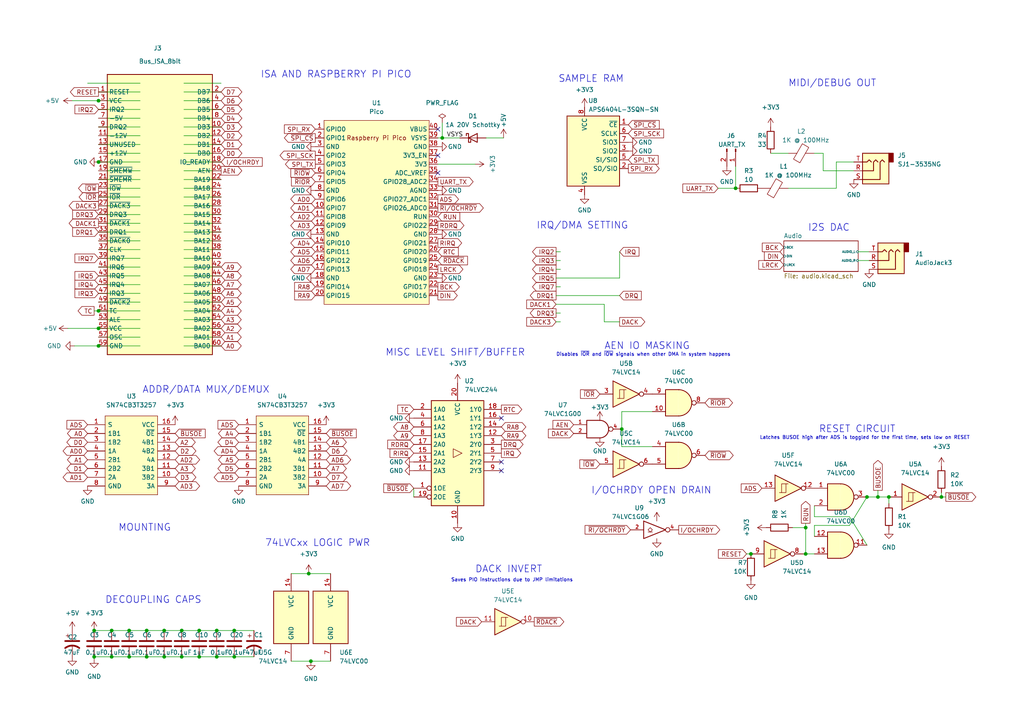
<source format=kicad_sch>
(kicad_sch (version 20230121) (generator eeschema)
  (paper "A4")
  (title_block (title "PicoGUS v1.1"))
  (junction (at 90.17 191.77))
  (junction (at 254.635 144.145))
  (junction (at 233.68 160.655))
  (junction (at 28.575 29.21))
  (junction (at 47.625 182.88))
  (junction (at 28.575 100.33))
  (junction (at 52.705 182.88))
  (junction (at 62.865 182.88))
  (junction (at 217.805 160.655))
  (junction (at 57.785 190.5))
  (junction (at 28.575 46.99))
  (junction (at 273.05 144.145))
  (junction (at 32.385 182.88))
  (junction (at 32.385 190.5))
  (junction (at 257.81 144.145))
  (junction (at 42.545 182.88))
  (junction (at 52.705 190.5))
  (junction (at 37.465 182.88))
  (junction (at 27.305 182.88))
  (junction (at 42.545 190.5))
  (junction (at 62.865 190.5))
  (junction (at 28.575 95.25))
  (junction (at 57.785 182.88))
  (junction (at 89.535 166.37))
  (junction (at 28.575 90.17))
  (junction (at 128.27 40.005))
  (junction (at 233.68 153.035))
  (junction (at 251.46 144.145))
  (junction (at 67.945 182.88))
  (junction (at 47.625 190.5))
  (junction (at 67.945 190.5))
  (junction (at 37.465 190.5))
  (junction (at 213.36 54.61))
  (junction (at 180.34 124.46))
  (junction (at 27.305 190.5))
  (no_connect (at 145.415 121.285))
  (no_connect (at 127 50.165))
  (no_connect (at 127 37.465))
  (no_connect (at 127 45.085))
  (no_connect (at 145.415 136.525))
  (no_connect (at 145.415 133.985))
  (wire (pts (xy 254.635 144.145) (xy 257.81 144.145)))
  (wire (pts (xy 248.92 75.565) (xy 252.095 75.565)))
  (wire (pts (xy 236.22 149.86) (xy 246.38 149.86)))
  (wire (pts (xy 53.34 95.25) (xy 64.135 95.25)))
  (wire (pts (xy 53.34 57.15) (xy 64.135 57.15)))
  (wire (pts (xy 161.29 88.265) (xy 175.26 88.265)))
  (wire (pts (xy 28.575 85.09) (xy 40.64 85.09)))
  (wire (pts (xy 67.945 190.5) (xy 73.66 190.5)))
  (wire (pts (xy 223.52 44.45) (xy 228.6 44.45)))
  (wire (pts (xy 19.685 95.25) (xy 28.575 95.25)))
  (wire (pts (xy 53.34 82.55) (xy 64.135 82.55)))
  (wire (pts (xy 161.29 75.565) (xy 162.56 75.565)))
  (wire (pts (xy 53.34 72.39) (xy 64.135 72.39)))
  (wire (pts (xy 28.575 49.53) (xy 40.64 49.53)))
  (wire (pts (xy 27.305 182.88) (xy 32.385 182.88)))
  (wire (pts (xy 161.29 93.345) (xy 162.56 93.345)))
  (wire (pts (xy 28.575 52.07) (xy 40.64 52.07)))
  (wire (pts (xy 53.34 74.93) (xy 64.135 74.93)))
  (wire (pts (xy 128.27 40.005) (xy 127 40.005)))
  (wire (pts (xy 213.36 48.26) (xy 213.36 54.61)))
  (wire (pts (xy 28.575 54.61) (xy 40.64 54.61)))
  (wire (pts (xy 28.575 69.85) (xy 40.64 69.85)))
  (wire (pts (xy 84.455 166.37) (xy 89.535 166.37)))
  (wire (pts (xy 238.76 49.53) (xy 247.65 49.53)))
  (wire (pts (xy 42.545 190.5) (xy 47.625 190.5)))
  (wire (pts (xy 53.34 29.21) (xy 64.135 29.21)))
  (wire (pts (xy 90.17 191.77) (xy 95.885 191.77)))
  (wire (pts (xy 62.865 190.5) (xy 67.945 190.5)))
  (wire (pts (xy 216.535 160.655) (xy 217.805 160.655)))
  (wire (pts (xy 28.575 41.91) (xy 40.64 41.91)))
  (wire (pts (xy 161.29 90.805) (xy 162.56 90.805)))
  (wire (pts (xy 236.22 149.86) (xy 236.22 146.685)))
  (wire (pts (xy 246.38 152.4) (xy 236.22 152.4)))
  (wire (pts (xy 28.575 46.99) (xy 40.64 46.99)))
  (wire (pts (xy 242.57 46.99) (xy 247.65 46.99)))
  (wire (pts (xy 161.29 73.025) (xy 162.56 73.025)))
  (wire (pts (xy 257.81 144.145) (xy 258.445 144.145)))
  (wire (pts (xy 53.34 44.45) (xy 64.135 44.45)))
  (wire (pts (xy 128.27 35.56) (xy 128.27 40.005)))
  (wire (pts (xy 20.955 29.21) (xy 28.575 29.21)))
  (wire (pts (xy 57.785 182.88) (xy 62.865 182.88)))
  (wire (pts (xy 161.29 78.105) (xy 162.56 78.105)))
  (wire (pts (xy 175.26 88.265) (xy 175.26 93.345)))
  (wire (pts (xy 273.05 142.875) (xy 273.05 144.145)))
  (wire (pts (xy 28.575 57.15) (xy 40.64 57.15)))
  (wire (pts (xy 53.34 36.83) (xy 64.135 36.83)))
  (wire (pts (xy 52.705 190.5) (xy 57.785 190.5)))
  (wire (pts (xy 53.34 54.61) (xy 64.135 54.61)))
  (wire (pts (xy 28.575 64.77) (xy 40.64 64.77)))
  (wire (pts (xy 89.535 166.37) (xy 95.885 166.37)))
  (wire (pts (xy 37.465 182.88) (xy 42.545 182.88)))
  (wire (pts (xy 161.29 85.725) (xy 179.705 85.725)))
  (wire (pts (xy 27.305 90.17) (xy 28.575 90.17)))
  (wire (pts (xy 53.34 52.07) (xy 64.135 52.07)))
  (wire (pts (xy 28.575 31.75) (xy 40.64 31.75)))
  (wire (pts (xy 53.34 97.79) (xy 64.135 97.79)))
  (wire (pts (xy 28.575 39.37) (xy 40.64 39.37)))
  (wire (pts (xy 208.28 54.61) (xy 213.36 54.61)))
  (wire (pts (xy 238.76 44.45) (xy 238.76 49.53)))
  (wire (pts (xy 27.305 190.5) (xy 32.385 190.5)))
  (wire (pts (xy 28.575 72.39) (xy 40.64 72.39)))
  (wire (pts (xy 236.22 44.45) (xy 238.76 44.45)))
  (wire (pts (xy 236.22 152.4) (xy 236.22 155.575)))
  (wire (pts (xy 133.35 40.005) (xy 128.27 40.005)))
  (wire (pts (xy 21.59 100.33) (xy 28.575 100.33)))
  (wire (pts (xy 28.575 80.01) (xy 40.64 80.01)))
  (wire (pts (xy 53.34 49.53) (xy 64.135 49.53)))
  (wire (pts (xy 242.57 54.61) (xy 242.57 46.99)))
  (wire (pts (xy 47.625 190.5) (xy 52.705 190.5)))
  (wire (pts (xy 127 47.625) (xy 137.795 47.625)))
  (wire (pts (xy 32.385 190.5) (xy 37.465 190.5)))
  (wire (pts (xy 28.575 90.17) (xy 40.64 90.17)))
  (wire (pts (xy 120.015 141.605) (xy 120.015 144.145)))
  (wire (pts (xy 53.34 24.13) (xy 64.135 24.13)))
  (wire (pts (xy 28.575 59.69) (xy 40.64 59.69)))
  (wire (pts (xy 53.34 85.09) (xy 64.135 85.09)))
  (wire (pts (xy 53.34 87.63) (xy 64.135 87.63)))
  (wire (pts (xy 42.545 182.88) (xy 47.625 182.88)))
  (wire (pts (xy 228.6 54.61) (xy 242.57 54.61)))
  (wire (pts (xy 53.34 39.37) (xy 64.135 39.37)))
  (wire (pts (xy 175.26 93.345) (xy 179.705 93.345)))
  (wire (pts (xy 53.34 92.71) (xy 64.135 92.71)))
  (wire (pts (xy 229.87 153.035) (xy 233.68 153.035)))
  (wire (pts (xy 53.34 69.85) (xy 64.135 69.85)))
  (wire (pts (xy 53.34 100.33) (xy 64.135 100.33)))
  (wire (pts (xy 67.945 182.88) (xy 73.66 182.88)))
  (wire (pts (xy 28.575 87.63) (xy 40.64 87.63)))
  (wire (pts (xy 233.68 153.035) (xy 233.68 160.655)))
  (wire (pts (xy 161.29 80.645) (xy 179.705 80.645)))
  (wire (pts (xy 28.575 74.93) (xy 40.64 74.93)))
  (wire (pts (xy 53.34 26.67) (xy 64.135 26.67)))
  (wire (pts (xy 53.34 34.29) (xy 64.135 34.29)))
  (wire (pts (xy 251.46 144.145) (xy 254.635 144.145)))
  (wire (pts (xy 53.34 64.77) (xy 64.135 64.77)))
  (wire (pts (xy 180.34 129.54) (xy 189.23 129.54)))
  (wire (pts (xy 140.97 40.005) (xy 146.05 40.005)))
  (wire (pts (xy 179.705 80.645) (xy 179.705 73.025)))
  (wire (pts (xy 254.635 142.24) (xy 254.635 144.145)))
  (wire (pts (xy 28.575 29.21) (xy 40.64 29.21)))
  (wire (pts (xy 233.68 160.655) (xy 236.22 160.655)))
  (wire (pts (xy 53.34 41.91) (xy 64.135 41.91)))
  (wire (pts (xy 53.34 31.75) (xy 64.135 31.75)))
  (wire (pts (xy 53.34 80.01) (xy 64.135 80.01)))
  (wire (pts (xy 246.38 149.86) (xy 251.46 158.115)))
  (wire (pts (xy 28.575 97.79) (xy 40.64 97.79)))
  (wire (pts (xy 251.46 144.145) (xy 246.38 152.4)))
  (wire (pts (xy 47.625 182.88) (xy 52.705 182.88)))
  (wire (pts (xy 53.34 62.23) (xy 64.135 62.23)))
  (wire (pts (xy 28.575 44.45) (xy 40.64 44.45)))
  (wire (pts (xy 189.23 119.38) (xy 180.34 119.38)))
  (wire (pts (xy 53.34 77.47) (xy 64.135 77.47)))
  (wire (pts (xy 57.785 190.5) (xy 62.865 190.5)))
  (wire (pts (xy 53.34 90.17) (xy 64.135 90.17)))
  (wire (pts (xy 37.465 190.5) (xy 42.545 190.5)))
  (wire (pts (xy 28.575 92.71) (xy 40.64 92.71)))
  (wire (pts (xy 28.575 95.25) (xy 40.64 95.25)))
  (wire (pts (xy 28.575 36.83) (xy 40.64 36.83)))
  (wire (pts (xy 53.34 67.31) (xy 64.135 67.31)))
  (wire (pts (xy 84.455 191.77) (xy 90.17 191.77)))
  (wire (pts (xy 28.575 34.29) (xy 40.64 34.29)))
  (wire (pts (xy 28.575 77.47) (xy 40.64 77.47)))
  (wire (pts (xy 28.575 26.67) (xy 40.64 26.67)))
  (wire (pts (xy 233.045 160.655) (xy 233.68 160.655)))
  (wire (pts (xy 180.34 124.46) (xy 180.34 129.54)))
  (wire (pts (xy 52.705 182.88) (xy 57.785 182.88)))
  (wire (pts (xy 248.92 73.025) (xy 252.095 73.025)))
  (wire (pts (xy 28.575 82.55) (xy 40.64 82.55)))
  (wire (pts (xy 257.81 144.145) (xy 257.81 146.05)))
  (wire (pts (xy 53.34 46.99) (xy 64.135 46.99)))
  (wire (pts (xy 274.32 144.145) (xy 273.05 144.145)))
  (wire (pts (xy 62.865 182.88) (xy 67.945 182.88)))
  (wire (pts (xy 161.29 83.185) (xy 162.56 83.185)))
  (wire (pts (xy 28.575 100.33) (xy 40.64 100.33)))
  (wire (pts (xy 53.34 59.69) (xy 64.135 59.69)))
  (wire (pts (xy 28.575 62.23) (xy 40.64 62.23)))
  (wire (pts (xy 32.385 182.88) (xy 37.465 182.88)))
  (wire (pts (xy 27.305 190.5) (xy 27.305 191.135)))
  (wire (pts (xy 180.34 119.38) (xy 180.34 124.46)))
  (wire (pts (xy 28.575 67.31) (xy 40.64 67.31)))
  (wire (pts (xy 25.4 24.13) (xy 40.64 24.13)))
  (wire (pts (xy 233.68 151.765) (xy 233.68 153.035)))
  (text "Saves PIO instructions due to JMP limitations" (at 130.81 168.91 0) (effects (font (size 1 1)) (justify left bottom)))
  (text "DECOUPLING CAPS" (at 30.48 175.26 0) (effects (font (size 2 2)) (justify left bottom)))
  (text "I2S DAC" (at 234.315 67.31 0) (effects (font (size 2 2)) (justify left bottom)))
  (text "Disables ~{IOR} and ~{IOW} signals when other DMA in system happens" (at 161.29 103.505 0) (effects (font (size 1 1)) (justify left bottom)))
  (text "Latches BUSOE high after ADS is toggled for the first time, sets low on RESET" (at 220.345 127.635 0) (effects (font (size 1 1)) (justify left bottom)))
  (text "MIDI/DEBUG OUT" (at 228.6 25.4 0) (effects (font (size 2 2)) (justify left bottom)))
  (text "MOUNTING" (at 34.29 154.305 0) (effects (font (size 2 2)) (justify left bottom)))
  (text "MISC LEVEL SHIFT/BUFFER" (at 111.76 103.505 0) (effects (font (size 2 2)) (justify left bottom)))
  (text "IRQ/DMA SETTING" (at 155.575 66.675 0) (effects (font (size 2 2)) (justify left bottom)))
  (text "DACK INVERT" (at 137.795 166.37 0) (effects (font (size 2 2)) (justify left bottom)))
  (text "ADDR/DATA MUX/DEMUX" (at 41.275 114.3 0) (effects (font (size 2 2)) (justify left bottom)))
  (text "SAMPLE RAM" (at 161.925 24.13 0) (effects (font (size 2 2)) (justify left bottom)))
  (text "AEN IO MASKING" (at 175.26 101.6 0) (effects (font (size 2 2)) (justify left bottom)))
  (text "ISA AND RASPBERRY PI PICO" (at 75.565 22.86 0) (effects (font (size 2 2)) (justify left bottom)))
  (text "RESET CIRCUIT" (at 237.49 125.73 0) (effects (font (size 2 2)) (justify left bottom)))
  (text "I/OCHRDY OPEN DRAIN" (at 171.45 143.51 0) (effects (font (size 2 2)) (justify left bottom)))
  (text "74LVCxx LOGIC PWR" (at 76.835 158.75 0) (effects (font (size 2 2)) (justify left bottom)))
  (label "VSYS" (at 129.54 40.005 0))
  (global_label "~{BUSOE}" (shape input) (at 50.8 125.73 0) (property "Intersheetrefs" "${INTERSHEET_REFS}" (effects hide)))
  (global_label "IRQ3" (shape input) (at 28.575 85.09 180) (property "Intersheetrefs" "${INTERSHEET_REFS}" (effects hide)))
  (global_label "RUN" (shape output) (at 233.68 151.765 90) (property "Intersheetrefs" "${INTERSHEET_REFS}" (effects hide)))
  (global_label "A9" (shape bidirectional) (at 64.135 77.47 0) (property "Intersheetrefs" "${INTERSHEET_REFS}" (effects hide)))
  (global_label "D0" (shape bidirectional) (at 64.135 44.45 0) (property "Intersheetrefs" "${INTERSHEET_REFS}" (effects hide)))
  (global_label "D6" (shape bidirectional) (at 94.615 130.81 0) (property "Intersheetrefs" "${INTERSHEET_REFS}" (effects hide)))
  (global_label "LRCK" (shape output) (at 127 78.105 0) (property "Intersheetrefs" "${INTERSHEET_REFS}" (effects hide)))
  (global_label "~{BUSOE}" (shape output) (at 274.32 144.145 0) (property "Intersheetrefs" "${INTERSHEET_REFS}" (effects hide)))
  (global_label "ADS" (shape input) (at 220.98 141.605 180) (property "Intersheetrefs" "${INTERSHEET_REFS}" (effects hide)))
  (global_label "IRQ" (shape input) (at 179.705 73.025 0) (property "Intersheetrefs" "${INTERSHEET_REFS}" (effects hide)))
  (global_label "A0" (shape bidirectional) (at 64.135 100.33 0) (property "Intersheetrefs" "${INTERSHEET_REFS}" (effects hide)))
  (global_label "AD6" (shape bidirectional) (at 94.615 133.35 0) (property "Intersheetrefs" "${INTERSHEET_REFS}" (effects hide)))
  (global_label "A1" (shape bidirectional) (at 64.135 97.79 0) (property "Intersheetrefs" "${INTERSHEET_REFS}" (effects hide)))
  (global_label "A3" (shape bidirectional) (at 50.8 135.89 0) (property "Intersheetrefs" "${INTERSHEET_REFS}" (effects hide)))
  (global_label "D5" (shape bidirectional) (at 69.215 135.89 180) (property "Intersheetrefs" "${INTERSHEET_REFS}" (effects hide)))
  (global_label "~{RIOR}" (shape input) (at 91.44 52.705 180) (property "Intersheetrefs" "${INTERSHEET_REFS}" (effects hide)))
  (global_label "DACK" (shape input) (at 139.7 180.34 180) (property "Intersheetrefs" "${INTERSHEET_REFS}" (effects hide)))
  (global_label "D7" (shape bidirectional) (at 94.615 138.43 0) (property "Intersheetrefs" "${INTERSHEET_REFS}" (effects hide)))
  (global_label "RTC" (shape output) (at 145.415 118.745 0) (property "Intersheetrefs" "${INTERSHEET_REFS}" (effects hide)))
  (global_label "IRQ3" (shape output) (at 161.29 75.565 180) (property "Intersheetrefs" "${INTERSHEET_REFS}" (effects hide)))
  (global_label "D4" (shape bidirectional) (at 69.215 128.27 180) (property "Intersheetrefs" "${INTERSHEET_REFS}" (effects hide)))
  (global_label "~{RIOR}" (shape bidirectional) (at 204.47 116.84 0) (property "Intersheetrefs" "${INTERSHEET_REFS}" (effects hide)))
  (global_label "UART_TX" (shape output) (at 127 52.705 0) (property "Intersheetrefs" "${INTERSHEET_REFS}" (effects hide)))
  (global_label "~{SPI_CS}" (shape input) (at 182.245 36.195 0) (property "Intersheetrefs" "${INTERSHEET_REFS}" (effects hide)))
  (global_label "D2" (shape bidirectional) (at 64.135 39.37 0) (property "Intersheetrefs" "${INTERSHEET_REFS}" (effects hide)))
  (global_label "RDRQ" (shape input) (at 120.015 128.905 180) (property "Intersheetrefs" "${INTERSHEET_REFS}" (effects hide)))
  (global_label "DACK1" (shape output) (at 28.575 64.77 180) (property "Intersheetrefs" "${INTERSHEET_REFS}" (effects hide)))
  (global_label "AD4" (shape bidirectional) (at 69.215 130.81 180) (property "Intersheetrefs" "${INTERSHEET_REFS}" (effects hide)))
  (global_label "D1" (shape bidirectional) (at 64.135 41.91 0) (property "Intersheetrefs" "${INTERSHEET_REFS}" (effects hide)))
  (global_label "DIN" (shape input) (at 227.33 74.295 180) (property "Intersheetrefs" "${INTERSHEET_REFS}" (effects hide)))
  (global_label "D1" (shape bidirectional) (at 25.4 135.89 180) (property "Intersheetrefs" "${INTERSHEET_REFS}" (effects hide)))
  (global_label "~{BUSOE}" (shape input) (at 120.015 141.605 180) (property "Intersheetrefs" "${INTERSHEET_REFS}" (effects hide)))
  (global_label "I{slash}OCHRDY" (shape output) (at 196.85 153.67 0) (property "Intersheetrefs" "${INTERSHEET_REFS}" (effects hide)))
  (global_label "RESET" (shape input) (at 216.535 160.655 180) (property "Intersheetrefs" "${INTERSHEET_REFS}" (effects hide)))
  (global_label "AD1" (shape bidirectional) (at 91.44 60.325 180) (property "Intersheetrefs" "${INTERSHEET_REFS}" (effects hide)))
  (global_label "DRQ3" (shape input) (at 28.575 62.23 180) (property "Intersheetrefs" "${INTERSHEET_REFS}" (effects hide)))
  (global_label "TC" (shape input) (at 120.015 118.745 180) (property "Intersheetrefs" "${INTERSHEET_REFS}" (effects hide)))
  (global_label "~{RI{slash}OCHRDY}" (shape input) (at 182.88 153.67 180) (property "Intersheetrefs" "${INTERSHEET_REFS}" (effects hide)))
  (global_label "A8" (shape bidirectional) (at 64.135 80.01 0) (property "Intersheetrefs" "${INTERSHEET_REFS}" (effects hide)))
  (global_label "AD2" (shape bidirectional) (at 50.8 133.35 0) (property "Intersheetrefs" "${INTERSHEET_REFS}" (effects hide)))
  (global_label "SPI_SCK" (shape input) (at 182.245 38.735 0) (property "Intersheetrefs" "${INTERSHEET_REFS}" (effects hide)))
  (global_label "DACK" (shape output) (at 179.705 93.345 0) (property "Intersheetrefs" "${INTERSHEET_REFS}" (effects hide)))
  (global_label "BCK" (shape input) (at 227.33 71.755 180) (property "Intersheetrefs" "${INTERSHEET_REFS}" (effects hide)))
  (global_label "DACK1" (shape input) (at 161.29 88.265 180) (property "Intersheetrefs" "${INTERSHEET_REFS}" (effects hide)))
  (global_label "BUSOE" (shape output) (at 254.635 142.24 90) (property "Intersheetrefs" "${INTERSHEET_REFS}" (effects hide)))
  (global_label "IRQ" (shape output) (at 145.415 131.445 0) (property "Intersheetrefs" "${INTERSHEET_REFS}" (effects hide)))
  (global_label "A4" (shape bidirectional) (at 69.215 125.73 180) (property "Intersheetrefs" "${INTERSHEET_REFS}" (effects hide)))
  (global_label "A6" (shape bidirectional) (at 64.135 85.09 0) (property "Intersheetrefs" "${INTERSHEET_REFS}" (effects hide)))
  (global_label "DACK3" (shape output) (at 28.575 59.69 180) (property "Intersheetrefs" "${INTERSHEET_REFS}" (effects hide)))
  (global_label "~{SPI_CS}" (shape output) (at 91.44 40.005 180) (property "Intersheetrefs" "${INTERSHEET_REFS}" (effects hide)))
  (global_label "~{IOW}" (shape input) (at 173.99 134.62 180) (property "Intersheetrefs" "${INTERSHEET_REFS}" (effects hide)))
  (global_label "AD1" (shape bidirectional) (at 25.4 138.43 180) (property "Intersheetrefs" "${INTERSHEET_REFS}" (effects hide)))
  (global_label "DRQ1" (shape output) (at 161.29 85.725 180) (property "Intersheetrefs" "${INTERSHEET_REFS}" (effects hide)))
  (global_label "IRQ7" (shape output) (at 161.29 83.185 180) (property "Intersheetrefs" "${INTERSHEET_REFS}" (effects hide)))
  (global_label "D3" (shape bidirectional) (at 50.8 138.43 0) (property "Intersheetrefs" "${INTERSHEET_REFS}" (effects hide)))
  (global_label "A2" (shape bidirectional) (at 64.135 95.25 0) (property "Intersheetrefs" "${INTERSHEET_REFS}" (effects hide)))
  (global_label "AD0" (shape bidirectional) (at 91.44 57.785 180) (property "Intersheetrefs" "${INTERSHEET_REFS}" (effects hide)))
  (global_label "A4" (shape bidirectional) (at 64.135 90.17 0) (property "Intersheetrefs" "${INTERSHEET_REFS}" (effects hide)))
  (global_label "IRQ7" (shape input) (at 28.575 74.93 180) (property "Intersheetrefs" "${INTERSHEET_REFS}" (effects hide)))
  (global_label "RA8" (shape bidirectional) (at 145.415 123.825 0) (property "Intersheetrefs" "${INTERSHEET_REFS}" (effects hide)))
  (global_label "D7" (shape bidirectional) (at 64.135 26.67 0) (property "Intersheetrefs" "${INTERSHEET_REFS}" (effects hide)))
  (global_label "AEN" (shape input) (at 166.37 123.19 180) (property "Intersheetrefs" "${INTERSHEET_REFS}" (effects hide)))
  (global_label "IRQ5" (shape output) (at 161.29 80.645 180) (property "Intersheetrefs" "${INTERSHEET_REFS}" (effects hide)))
  (global_label "~{RDACK}" (shape output) (at 154.94 180.34 0) (property "Intersheetrefs" "${INTERSHEET_REFS}" (effects hide)))
  (global_label "DIN" (shape output) (at 127 85.725 0) (property "Intersheetrefs" "${INTERSHEET_REFS}" (effects hide)))
  (global_label "AD3" (shape bidirectional) (at 50.8 140.97 0) (property "Intersheetrefs" "${INTERSHEET_REFS}" (effects hide)))
  (global_label "~{IOW}" (shape output) (at 28.575 54.61 180) (property "Intersheetrefs" "${INTERSHEET_REFS}" (effects hide)))
  (global_label "~{IOR}" (shape output) (at 28.575 57.15 180) (property "Intersheetrefs" "${INTERSHEET_REFS}" (effects hide)))
  (global_label "A2" (shape bidirectional) (at 50.8 128.27 0) (property "Intersheetrefs" "${INTERSHEET_REFS}" (effects hide)))
  (global_label "~{RI{slash}OCHRDY}" (shape output) (at 127 60.325 0) (property "Intersheetrefs" "${INTERSHEET_REFS}" (effects hide)))
  (global_label "ADS" (shape input) (at 25.4 123.19 180) (property "Intersheetrefs" "${INTERSHEET_REFS}" (effects hide)))
  (global_label "DRQ1" (shape input) (at 28.575 67.31 180) (property "Intersheetrefs" "${INTERSHEET_REFS}" (effects hide)))
  (global_label "AD2" (shape bidirectional) (at 91.44 62.865 180) (property "Intersheetrefs" "${INTERSHEET_REFS}" (effects hide)))
  (global_label "SPI_TX" (shape input) (at 182.245 46.355 0) (property "Intersheetrefs" "${INTERSHEET_REFS}" (effects hide)))
  (global_label "A0" (shape bidirectional) (at 25.4 125.73 180) (property "Intersheetrefs" "${INTERSHEET_REFS}" (effects hide)))
  (global_label "AD6" (shape bidirectional) (at 91.44 75.565 180) (property "Intersheetrefs" "${INTERSHEET_REFS}" (effects hide)))
  (global_label "AD4" (shape bidirectional) (at 91.44 70.485 180) (property "Intersheetrefs" "${INTERSHEET_REFS}" (effects hide)))
  (global_label "~{RIOW}" (shape input) (at 91.44 50.165 180) (property "Intersheetrefs" "${INTERSHEET_REFS}" (effects hide)))
  (global_label "D5" (shape bidirectional) (at 64.135 31.75 0) (property "Intersheetrefs" "${INTERSHEET_REFS}" (effects hide)))
  (global_label "IRQ4" (shape input) (at 28.575 82.55 180) (property "Intersheetrefs" "${INTERSHEET_REFS}" (effects hide)))
  (global_label "D2" (shape bidirectional) (at 50.8 130.81 0) (property "Intersheetrefs" "${INTERSHEET_REFS}" (effects hide)))
  (global_label "AD0" (shape bidirectional) (at 25.4 130.81 180) (property "Intersheetrefs" "${INTERSHEET_REFS}" (effects hide)))
  (global_label "IRQ2" (shape input) (at 28.575 31.75 180) (property "Intersheetrefs" "${INTERSHEET_REFS}" (effects hide)))
  (global_label "LRCK" (shape input) (at 227.33 76.835 180) (property "Intersheetrefs" "${INTERSHEET_REFS}" (effects hide)))
  (global_label "RA8" (shape input) (at 91.44 83.185 180) (property "Intersheetrefs" "${INTERSHEET_REFS}" (effects hide)))
  (global_label "SPI_RX" (shape input) (at 91.44 37.465 180) (property "Intersheetrefs" "${INTERSHEET_REFS}" (effects hide)))
  (global_label "RA9" (shape bidirectional) (at 145.415 126.365 0) (property "Intersheetrefs" "${INTERSHEET_REFS}" (effects hide)))
  (global_label "SPI_SCK" (shape output) (at 91.44 45.085 180) (property "Intersheetrefs" "${INTERSHEET_REFS}" (effects hide)))
  (global_label "RIRQ" (shape output) (at 127 70.485 0) (property "Intersheetrefs" "${INTERSHEET_REFS}" (effects hide)))
  (global_label "TC" (shape output) (at 27.305 90.17 180) (property "Intersheetrefs" "${INTERSHEET_REFS}" (effects hide)))
  (global_label "A7" (shape bidirectional) (at 64.135 82.55 0) (property "Intersheetrefs" "${INTERSHEET_REFS}" (effects hide)))
  (global_label "SPI_RX" (shape output) (at 182.245 48.895 0) (property "Intersheetrefs" "${INTERSHEET_REFS}" (effects hide)))
  (global_label "A5" (shape bidirectional) (at 69.215 133.35 180) (property "Intersheetrefs" "${INTERSHEET_REFS}" (effects hide)))
  (global_label "RESET" (shape output) (at 28.575 26.67 180) (property "Intersheetrefs" "${INTERSHEET_REFS}" (effects hide)))
  (global_label "RDRQ" (shape output) (at 127 65.405 0) (property "Intersheetrefs" "${INTERSHEET_REFS}" (effects hide)))
  (global_label "D4" (shape bidirectional) (at 64.135 34.29 0) (property "Intersheetrefs" "${INTERSHEET_REFS}" (effects hide)))
  (global_label "I{slash}OCHRDY" (shape input) (at 64.135 46.99 0) (property "Intersheetrefs" "${INTERSHEET_REFS}" (effects hide)))
  (global_label "AD3" (shape bidirectional) (at 91.44 65.405 180) (property "Intersheetrefs" "${INTERSHEET_REFS}" (effects hide)))
  (global_label "AEN" (shape output) (at 64.135 49.53 0) (property "Intersheetrefs" "${INTERSHEET_REFS}" (effects hide)))
  (global_label "RIRQ" (shape input) (at 120.015 131.445 180) (property "Intersheetrefs" "${INTERSHEET_REFS}" (effects hide)))
  (global_label "AD7" (shape bidirectional) (at 91.44 78.105 180) (property "Intersheetrefs" "${INTERSHEET_REFS}" (effects hide)))
  (global_label "DRQ" (shape output) (at 145.415 128.905 0) (property "Intersheetrefs" "${INTERSHEET_REFS}" (effects hide)))
  (global_label "A9" (shape bidirectional) (at 120.015 126.365 180) (property "Intersheetrefs" "${INTERSHEET_REFS}" (effects hide)))
  (global_label "ADS" (shape input) (at 69.215 123.19 180) (property "Intersheetrefs" "${INTERSHEET_REFS}" (effects hide)))
  (global_label "D3" (shape bidirectional) (at 64.135 36.83 0) (property "Intersheetrefs" "${INTERSHEET_REFS}" (effects hide)))
  (global_label "A1" (shape bidirectional) (at 25.4 133.35 180) (property "Intersheetrefs" "${INTERSHEET_REFS}" (effects hide)))
  (global_label "A5" (shape bidirectional) (at 64.135 87.63 0) (property "Intersheetrefs" "${INTERSHEET_REFS}" (effects hide)))
  (global_label "DACK3" (shape input) (at 161.29 93.345 180) (property "Intersheetrefs" "${INTERSHEET_REFS}" (effects hide)))
  (global_label "A7" (shape bidirectional) (at 94.615 135.89 0) (property "Intersheetrefs" "${INTERSHEET_REFS}" (effects hide)))
  (global_label "~{IOR}" (shape input) (at 173.99 114.3 180) (property "Intersheetrefs" "${INTERSHEET_REFS}" (effects hide)))
  (global_label "~{BUSOE}" (shape input) (at 94.615 125.73 0) (property "Intersheetrefs" "${INTERSHEET_REFS}" (effects hide)))
  (global_label "BCK" (shape output) (at 127 83.185 0) (property "Intersheetrefs" "${INTERSHEET_REFS}" (effects hide)))
  (global_label "ADS" (shape output) (at 127 57.785 0) (property "Intersheetrefs" "${INTERSHEET_REFS}" (effects hide)))
  (global_label "IRQ4" (shape output) (at 161.29 78.105 180) (property "Intersheetrefs" "${INTERSHEET_REFS}" (effects hide)))
  (global_label "~{RDACK}" (shape input) (at 127 75.565 0) (property "Intersheetrefs" "${INTERSHEET_REFS}" (effects hide)))
  (global_label "RTC" (shape input) (at 127 73.025 0) (property "Intersheetrefs" "${INTERSHEET_REFS}" (effects hide)))
  (global_label "DRQ" (shape input) (at 179.705 85.725 0) (property "Intersheetrefs" "${INTERSHEET_REFS}" (effects hide)))
  (global_label "D6" (shape bidirectional) (at 64.135 29.21 0) (property "Intersheetrefs" "${INTERSHEET_REFS}" (effects hide)))
  (global_label "D0" (shape bidirectional) (at 25.4 128.27 180) (property "Intersheetrefs" "${INTERSHEET_REFS}" (effects hide)))
  (global_label "RUN" (shape input) (at 127 62.865 0) (property "Intersheetrefs" "${INTERSHEET_REFS}" (effects hide)))
  (global_label "AD5" (shape bidirectional) (at 69.215 138.43 180) (property "Intersheetrefs" "${INTERSHEET_REFS}" (effects hide)))
  (global_label "IRQ2" (shape output) (at 161.29 73.025 180) (property "Intersheetrefs" "${INTERSHEET_REFS}" (effects hide)))
  (global_label "A3" (shape bidirectional) (at 64.135 92.71 0) (property "Intersheetrefs" "${INTERSHEET_REFS}" (effects hide)))
  (global_label "DRQ3" (shape output) (at 161.29 90.805 180) (property "Intersheetrefs" "${INTERSHEET_REFS}" (effects hide)))
  (global_label "A6" (shape bidirectional) (at 94.615 128.27 0) (property "Intersheetrefs" "${INTERSHEET_REFS}" (effects hide)))
  (global_label "AD5" (shape bidirectional) (at 91.44 73.025 180) (property "Intersheetrefs" "${INTERSHEET_REFS}" (effects hide)))
  (global_label "UART_TX" (shape input) (at 208.28 54.61 180) (property "Intersheetrefs" "${INTERSHEET_REFS}" (effects hide)))
  (global_label "AD7" (shape bidirectional) (at 94.615 140.97 0) (property "Intersheetrefs" "${INTERSHEET_REFS}" (effects hide)))
  (global_label "~{RIOW}" (shape bidirectional) (at 204.47 132.08 0) (property "Intersheetrefs" "${INTERSHEET_REFS}" (effects hide)))
  (global_label "IRQ5" (shape input) (at 28.575 80.01 180) (property "Intersheetrefs" "${INTERSHEET_REFS}" (effects hide)))
  (global_label "DACK" (shape input) (at 166.37 125.73 180) (property "Intersheetrefs" "${INTERSHEET_REFS}" (effects hide)))
  (global_label "A8" (shape bidirectional) (at 120.015 123.825 180) (property "Intersheetrefs" "${INTERSHEET_REFS}" (effects hide)))
  (global_label "RA9" (shape input) (at 91.44 85.725 180) (property "Intersheetrefs" "${INTERSHEET_REFS}" (effects hide)))
  (global_label "SPI_TX" (shape output) (at 91.44 47.625 180) (property "Intersheetrefs" "${INTERSHEET_REFS}" (effects hide)))
  (symbol (lib_id "Connector:Bus_ISA_8bit") (at 46.355 62.23 0) (unit 1)
    (property "Reference" "J3" (at 45.72 13.97 0))
    (property "Value" "Bus_ISA_8bit" (at 46.355 17.78 0))
    (property "Footprint" "Connector_PinSocket_2.00mm:PinSocket_2x30_P2.00mm_Horizontal" (effects hide))
    (property "Datasheet" "https://en.wikipedia.org/wiki/Industry_Standard_Architecture" (effects hide))
  )
  (symbol (lib_id "power:+3.3V") (at 50.8 123.19 0) (unit 1)
    (property "Reference" "#PWR016" (effects hide))
    (property "Value" "+3.3V" (at 50.8 117.475 0))
  )
  (symbol (lib_id "Device:R") (at 273.05 139.065 0) (unit 1)
    (property "Reference" "R2" (at 275.59 137.7949 0) (effects (justify left)))
    (property "Value" "10K" (at 275.59 140.3349 0) (effects (justify left)))
    (property "Footprint" "Resistor_SMD:R_0402_1005Metric" (effects hide))
  )
  (symbol (lib_id "power:GND") (at 69.215 140.97 0) (unit 1)
    (property "Reference" "#PWR0108" (effects hide))
    (property "Value" "GND" (at 69.215 145.415 0))
  )
  (symbol (lib_id "power:+3.3V") (at 173.99 121.92 0) (unit 1)
    (property "Reference" "#PWR0115" (effects hide))
    (property "Value" "+3.3V" (at 173.99 118.11 0))
  )
  (symbol (lib_id "Connector_Audio:AudioJack3") (at 252.73 49.53 180) (unit 1)
    (property "Reference" "J5" (at 260.35 45.0849 0) (effects (justify right)))
    (property "Value" "SJ1-3535NG" (at 260.35 47.6249 0) (effects (justify right)))
    (property "Footprint" "PiGUS library:PJ-208-SMD" (effects hide))
  )
  (symbol (lib_id "power:GND") (at 120.015 133.985 270) (unit 1)
    (property "Reference" "#PWR0118" (effects hide))
    (property "Value" "GND" (at 114.935 133.985 90))
  )
  (symbol (lib_id "Device:R") (at 226.06 153.035 270) (unit 1)
    (property "Reference" "R8" (at 224.79 150.495 0) (effects (justify right)))
    (property "Value" "1K" (at 227.33 150.495 0) (effects (justify right)))
    (property "Footprint" "Resistor_SMD:R_0402_1005Metric" (effects hide))
  )
  (symbol (lib_id "power:GND") (at 20.955 190.5 0) (unit 1)
    (property "Reference" "#PWR0150" (effects hide))
    (property "Value" "GND" (at 20.955 194.945 0))
  )
  (symbol (lib_id "Device:D_Schottky") (at 137.16 40.005 0) (unit 1)
    (property "Reference" "D1" (at 137.16 33.655 0))
    (property "Value" "1A 20V Schottky" (at 137.16 36.195 0))
    (property "Footprint" "Diode_SMD:D_SOD-123F" (effects hide))
  )
  (symbol (lib_id "power:GND") (at 25.4 140.97 0) (unit 1)
    (property "Reference" "#PWR0103" (effects hide))
    (property "Value" "GND" (at 25.4 145.415 0))
  )
  (symbol (lib_id "power:PWR_FLAG") (at 128.27 35.56 0) (unit 1)
    (property "Reference" "#FLG0101" (effects hide))
    (property "Value" "PWR_FLAG" (at 128.27 29.845 0))
  )
  (symbol (lib_id "Device:C") (at 62.865 186.69 0) (unit 1)
    (property "Reference" "C9" (at 61.595 184.15 0) (effects (justify left)))
    (property "Value" "0.1uF" (at 60.96 189.23 0) (effects (justify left)))
    (property "Footprint" "Capacitor_SMD:C_0402_1005Metric" (effects hide))
  )
  (symbol (lib_id "power:GND") (at 257.81 153.67 0) (unit 1)
    (property "Reference" "#PWR0102" (effects hide))
    (property "Value" "GND" (at 257.81 158.75 0))
  )
  (symbol (lib_id "power:GND") (at 210.82 48.26 0) (unit 1)
    (property "Reference" "#PWR0106" (effects hide))
    (property "Value" "GND" (at 210.82 52.705 0))
  )
  (symbol (lib_id "power:GND") (at 182.245 41.275 90) (unit 1)
    (property "Reference" "#PWR08" (effects hide))
    (property "Value" "GND" (at 189.23 41.275 90) (effects (justify left)))
  )
  (symbol (lib_id "Device:C") (at 52.705 186.69 0) (unit 1)
    (property "Reference" "C8" (at 51.435 184.15 0) (effects (justify left)))
    (property "Value" "0.1uF" (at 50.165 189.23 0) (effects (justify left)))
    (property "Footprint" "Capacitor_SMD:C_0402_1005Metric" (effects hide))
  )
  (symbol (lib_id "74xx:74LS14") (at 181.61 134.62 0) (unit 3)
    (property "Reference" "U5" (at 181.61 125.73 0))
    (property "Value" "74LVC14" (at 181.61 128.27 0))
    (property "Footprint" "Package_SO:TSSOP-14_4.4x5mm_P0.65mm" (effects hide))
    (property "Datasheet" "https://www.ti.com/lit/gpn/sn74lvc14a" (effects hide))
  )
  (symbol (lib_id "Device:C") (at 67.945 186.69 0) (unit 1)
    (property "Reference" "C20" (at 66.675 184.15 0) (effects (justify left)))
    (property "Value" "0.1uF" (at 66.04 189.23 0) (effects (justify left)))
    (property "Footprint" "Capacitor_SMD:C_0402_1005Metric" (effects hide))
  )
  (symbol (lib_id "power:GND") (at 91.44 67.945 270) (unit 1)
    (property "Reference" "#PWR03" (effects hide))
    (property "Value" "GND" (at 84.455 67.945 90) (effects (justify left)))
  )
  (symbol (lib_id "74xx:74HC244") (at 132.715 131.445 0) (unit 1)
    (property "Reference" "U2" (at 134.7344 110.49 0) (effects (justify left)))
    (property "Value" "74LVC244" (at 134.7344 113.03 0) (effects (justify left)))
    (property "Footprint" "Package_SO:TSSOP-20_4.4x6.5mm_P0.65mm" (effects hide))
    (property "Datasheet" "https://assets.nexperia.com/documents/data-sheet/74LVC_LVCH244A.pdf" (effects hide))
  )
  (symbol (lib_id "Device:C") (at 27.305 186.69 0) (unit 1)
    (property "Reference" "C3" (at 26.035 184.15 0) (effects (justify left)))
    (property "Value" "0.1uF" (at 24.765 189.23 0) (effects (justify left)))
    (property "Footprint" "Capacitor_SMD:C_0402_1005Metric" (effects hide))
  )
  (symbol (lib_id "74xx:74LS14") (at 181.61 114.3 0) (unit 2)
    (property "Reference" "U5" (at 181.61 105.41 0))
    (property "Value" "74LVC14" (at 181.61 107.95 0))
    (property "Footprint" "Package_SO:TSSOP-14_4.4x5mm_P0.65mm" (effects hide))
    (property "Datasheet" "https://www.ti.com/lit/gpn/sn74lvc14a" (effects hide))
  )
  (symbol (lib_id "power:+3.3V") (at 273.05 135.255 0) (unit 1)
    (property "Reference" "#PWR0105" (effects hide))
    (property "Value" "+3.3V" (at 273.05 129.54 0))
  )
  (symbol (lib_id "PiGUS library:Pico") (at 109.22 61.595 0) (unit 1)
    (property "Reference" "U1" (at 109.22 29.845 0))
    (property "Value" "Pico" (at 109.22 32.385 0))
    (property "Footprint" "PiGUS library:RPi_Pico_SMD_TH" (effects hide))
  )
  (symbol (lib_id "Device:C") (at 32.385 186.69 0) (unit 1)
    (property "Reference" "C4" (at 31.115 184.15 0) (effects (justify left)))
    (property "Value" "0.1uF" (at 29.845 189.23 0) (effects (justify left)))
    (property "Footprint" "Capacitor_SMD:C_0402_1005Metric" (effects hide))
  )
  (symbol (lib_id "74xx:74LS00") (at 196.85 116.84 0) (unit 3)
    (property "Reference" "U6" (at 196.85 107.95 0))
    (property "Value" "74LVC00" (at 196.85 110.49 0))
    (property "Footprint" "Package_SO:TSSOP-14_4.4x5mm_P0.65mm" (effects hide))
    (property "Datasheet" "http://www.ti.com/lit/gpn/sn74lvc00a" (effects hide))
  )
  (symbol (lib_id "power:+3.3V") (at 190.5 151.13 0) (unit 1)
    (property "Reference" "#PWR0120" (effects hide))
    (property "Value" "+3.3V" (at 190.5 145.415 0))
  )
  (symbol (lib_id "74xx:74LS14") (at 228.6 141.605 0) (unit 6)
    (property "Reference" "U5" (at 228.6 132.08 0))
    (property "Value" "74LVC14" (at 228.6 134.62 0))
    (property "Footprint" "Package_SO:TSSOP-14_4.4x5mm_P0.65mm" (effects hide))
    (property "Datasheet" "https://www.ti.com/lit/gpn/sn74lvc14a" (effects hide))
  )
  (symbol (lib_id "power:GND") (at 190.5 156.21 0) (unit 1)
    (property "Reference" "#PWR0119" (effects hide))
    (property "Value" "GND" (at 190.5 160.655 0))
  )
  (symbol (lib_id "power:GND") (at 217.805 168.275 0) (unit 1)
    (property "Reference" "#PWR028" (effects hide))
    (property "Value" "GND" (at 217.805 173.355 0))
  )
  (symbol (lib_id "74xx:74LS00") (at 243.84 144.145 0) (unit 1)
    (property "Reference" "U6" (at 243.84 134.62 0))
    (property "Value" "74LVC00" (at 243.84 137.16 0))
    (property "Footprint" "Package_SO:TSSOP-14_4.4x5mm_P0.65mm" (effects hide))
    (property "Datasheet" "http://www.ti.com/lit/gpn/sn74lvc00a" (effects hide))
  )
  (symbol (lib_id "PiGUS library:74FST3257DR2G") (at 69.215 123.19 0) (unit 1)
    (property "Reference" "U4" (at 81.915 114.935 0))
    (property "Value" "SN74CB3T3257" (at 81.915 117.475 0))
    (property "Footprint" "Package_SO:TSSOP-16_4.4x5mm_P0.65mm" (effects hide))
    (property "Datasheet" "https://componentsearchengine.com/Datasheets/2/74FST3257DR2G.pdf" (effects hide))
    (property "Description" "74FST3257DR2G, LOG QUAD 2:1 MULTIPLEXER ON Semiconductor 74FST3257DR2G, Multiplexer Switch IC Quad 2:1 Demultiplexer, 4  5.5 V, 16-Pin SOIC" (effects hide))
    (property "Height" "1.75" (effects hide))
    (property "Manufacturer_Name" "onsemi" (effects hide))
    (property "Manufacturer_Part_Number" "74FST3257DR2G" (effects hide))
    (property "Mouser Part Number" "863-74FST3257DR2G" (effects hide))
    (property "Mouser Price/Stock" "https://www.mouser.co.uk/ProductDetail/onsemi/74FST3257DR2G?qs=OSf9jACorvaK4JqsHVrhPw%3D%3D" (effects hide))
    (property "Arrow Part Number" "74FST3257DR2G" (effects hide))
    (property "Arrow Price/Stock" "https://www.arrow.com/en/products/74fst3257dr2g/on-semiconductor?region=nac" (effects hide))
  )
  (symbol (lib_name "74FST3257DR2G_1") (lib_id "PiGUS library:74FST3257DR2G") (at 25.4 123.19 0) (unit 1)
    (property "Reference" "U3" (at 38.1 114.935 0))
    (property "Value" "SN74CB3T3257" (at 38.1 117.475 0))
    (property "Footprint" "Package_SO:TSSOP-16_4.4x5mm_P0.65mm" (effects hide))
    (property "Datasheet" "https://componentsearchengine.com/Datasheets/2/74FST3257DR2G.pdf" (effects hide))
    (property "Description" "74FST3257DR2G, LOG QUAD 2:1 MULTIPLEXER ON Semiconductor 74FST3257DR2G, Multiplexer Switch IC Quad 2:1 Demultiplexer, 4  5.5 V, 16-Pin SOIC" (effects hide))
    (property "Height" "1.75" (effects hide))
    (property "Manufacturer_Name" "onsemi" (effects hide))
    (property "Manufacturer_Part_Number" "74FST3257DR2G" (effects hide))
    (property "Mouser Part Number" "863-74FST3257DR2G" (effects hide))
    (property "Mouser Price/Stock" "https://www.mouser.co.uk/ProductDetail/onsemi/74FST3257DR2G?qs=OSf9jACorvaK4JqsHVrhPw%3D%3D" (effects hide))
    (property "Arrow Part Number" "74FST3257DR2G" (effects hide))
    (property "Arrow Price/Stock" "https://www.arrow.com/en/products/74fst3257dr2g/on-semiconductor?region=nac" (effects hide))
  )
  (symbol (lib_id "Device:R") (at 223.52 40.64 180) (unit 1)
    (property "Reference" "R4" (at 219.71 39.37 0) (effects (justify right)))
    (property "Value" "33" (at 219.71 41.91 0) (effects (justify right)))
    (property "Footprint" "Resistor_SMD:R_0805_2012Metric" (effects hide))
  )
  (symbol (lib_id "power:GND") (at 127 67.945 90) (unit 1)
    (property "Reference" "#PWR013" (effects hide))
    (property "Value" "GND" (at 133.985 67.945 90) (effects (justify left)))
  )
  (symbol (lib_id "74xx:74LS00") (at 243.84 158.115 0) (unit 4)
    (property "Reference" "U6" (at 243.84 148.59 0))
    (property "Value" "74LVC00" (at 243.84 151.13 0))
    (property "Footprint" "Package_SO:TSSOP-14_4.4x5mm_P0.65mm" (effects hide))
    (property "Datasheet" "http://www.ti.com/lit/gpn/sn74lvc00a" (effects hide))
  )
  (symbol (lib_id "power:+3.3V") (at 132.715 111.125 0) (unit 1)
    (property "Reference" "#PWR0141" (effects hide))
    (property "Value" "+3.3V" (at 132.715 105.41 0))
  )
  (symbol (lib_id "power:GND") (at 120.015 121.285 270) (unit 1)
    (property "Reference" "#PWR0101" (effects hide))
    (property "Value" "GND" (at 114.935 121.285 90))
  )
  (symbol (lib_id "74xx:74LS14") (at 265.43 144.145 0) (unit 1)
    (property "Reference" "U5" (at 265.43 134.62 0))
    (property "Value" "74LVC14" (at 265.43 137.16 0))
    (property "Footprint" "Package_SO:TSSOP-14_4.4x5mm_P0.65mm" (effects hide))
    (property "Datasheet" "https://www.ti.com/lit/gpn/sn74lvc14a" (effects hide))
  )
  (symbol (lib_id "Memory_RAM:ESP-PSRAM32") (at 172.085 43.815 0) (unit 1)
    (property "Reference" "U8" (at 173.355 29.21 0) (effects (justify right)))
    (property "Value" "APS6404L-3SQN-SN" (at 191.135 31.75 0) (effects (justify right)))
    (property "Footprint" "Package_SO:SOIC-8_3.9x4.9mm_P1.27mm" (effects hide))
    (property "Datasheet" "https://www.espressif.com/sites/default/files/documentation/esp-psram32_datasheet_en.pdf" (effects hide))
  )
  (symbol (lib_id "power:GND") (at 247.65 52.07 0) (unit 1)
    (property "Reference" "#PWR0107" (effects hide))
    (property "Value" "GND" (at 247.65 56.515 0))
  )
  (symbol (lib_id "74xGxx:74LVC1G00") (at 173.99 124.46 0) (unit 1)
    (property "Reference" "U7" (at 163.195 117.475 0))
    (property "Value" "74LVC1G00" (at 163.195 120.015 0))
    (property "Footprint" "Package_TO_SOT_SMD:SOT-23-5" (effects hide))
    (property "Datasheet" "http://www.ti.com/lit/sg/scyt129e/scyt129e.pdf" (effects hide))
  )
  (symbol (lib_id "74xx:74LS14") (at 147.32 180.34 0) (unit 5)
    (property "Reference" "U5" (at 147.32 171.45 0))
    (property "Value" "74LVC14" (at 147.32 173.99 0))
    (property "Footprint" "Package_SO:TSSOP-14_4.4x5mm_P0.65mm" (effects hide))
    (property "Datasheet" "https://www.ti.com/lit/gpn/sn74lvc14a" (effects hide))
  )
  (symbol (lib_id "power:+5V") (at 20.955 182.88 0) (unit 1)
    (property "Reference" "#PWR0151" (effects hide))
    (property "Value" "+5V" (at 20.955 177.8 0))
  )
  (symbol (lib_id "74xx:74LS00") (at 95.885 179.07 0) (unit 5)
    (property "Reference" "U6" (at 98.425 189.23 0) (effects (justify left)))
    (property "Value" "74LVC00" (at 98.425 191.77 0) (effects (justify left)))
    (property "Footprint" "Package_SO:TSSOP-14_4.4x5mm_P0.65mm" (effects hide))
    (property "Datasheet" "http://www.ti.com/lit/gpn/sn74lvc00a" (effects hide))
  )
  (symbol (lib_id "power:GND") (at 182.245 43.815 90) (unit 1)
    (property "Reference" "#PWR09" (effects hide))
    (property "Value" "GND" (at 189.23 43.815 90) (effects (justify left)))
  )
  (symbol (lib_id "Device:C_Polarized_US") (at 73.66 186.69 0) (unit 1)
    (property "Reference" "C1" (at 73.66 184.15 0) (effects (justify left)))
    (property "Value" "47uF" (at 71.12 189.23 0) (effects (justify left)))
    (property "Footprint" "Capacitor_Tantalum_SMD:CP_EIA-3528-21_Kemet-B" (effects hide))
  )
  (symbol (lib_id "power:+3.3V") (at 94.615 123.19 0) (unit 1)
    (property "Reference" "#PWR017" (effects hide))
    (property "Value" "+3.3V" (at 94.615 117.475 0))
  )
  (symbol (lib_id "power:GND") (at 127 42.545 90) (unit 1)
    (property "Reference" "#PWR011" (effects hide))
    (property "Value" "GND" (at 133.985 42.545 90) (effects (justify left)))
  )
  (symbol (lib_id "power:GND") (at 120.015 136.525 270) (unit 1)
    (property "Reference" "#PWR0116" (effects hide))
    (property "Value" "GND" (at 114.935 136.525 90))
  )
  (symbol (lib_id "power:GND") (at 90.17 191.77 0) (unit 1)
    (property "Reference" "#PWR0110" (effects hide))
    (property "Value" "GND" (at 90.17 196.85 0))
  )
  (symbol (lib_id "power:+5V") (at 19.685 95.25 90) (unit 1)
    (property "Reference" "#PWR0146" (effects hide))
    (property "Value" "+5V" (at 16.51 95.2499 90) (effects (justify left)))
  )
  (symbol (lib_id "74xx:74LS14") (at 225.425 160.655 0) (unit 4)
    (property "Reference" "U5" (at 231.14 163.195 0))
    (property "Value" "74LVC14" (at 231.14 165.735 0))
    (property "Footprint" "Package_SO:TSSOP-14_4.4x5mm_P0.65mm" (effects hide))
    (property "Datasheet" "https://www.ti.com/lit/gpn/sn74lvc14a" (effects hide))
  )
  (symbol (lib_id "Device:C") (at 57.785 186.69 0) (unit 1)
    (property "Reference" "C10" (at 56.515 184.15 0) (effects (justify left)))
    (property "Value" "1uF" (at 55.88 189.23 0) (effects (justify left)))
    (property "Footprint" "Capacitor_SMD:C_0402_1005Metric" (effects hide))
  )
  (symbol (lib_id "power:GND") (at 127 55.245 90) (unit 1)
    (property "Reference" "#PWR012" (effects hide))
    (property "Value" "GND" (at 133.985 55.245 90) (effects (justify left)))
  )
  (symbol (lib_id "Device:R") (at 257.81 149.86 0) (unit 1)
    (property "Reference" "R1" (at 260.35 149.86 0) (effects (justify left)))
    (property "Value" "10K" (at 260.35 152.4 0) (effects (justify left)))
    (property "Footprint" "Resistor_SMD:R_0402_1005Metric" (effects hide))
  )
  (symbol (lib_id "power:GND") (at 21.59 100.33 270) (unit 1)
    (property "Reference" "#PWR0145" (effects hide))
    (property "Value" "GND" (at 17.78 100.3299 90) (effects (justify right)))
  )
  (symbol (lib_id "power:+3.3V") (at 222.25 153.035 90) (unit 1)
    (property "Reference" "#PWR029" (effects hide))
    (property "Value" "+3.3V" (at 216.535 153.035 0))
  )
  (symbol (lib_id "power:+5V") (at 20.955 29.21 90) (unit 1)
    (property "Reference" "#PWR0144" (effects hide))
    (property "Value" "+5V" (at 17.145 29.2099 90) (effects (justify left)))
  )
  (symbol (lib_id "power:GND") (at 91.44 42.545 270) (unit 1)
    (property "Reference" "#PWR01" (effects hide))
    (property "Value" "GND" (at 84.455 42.545 90) (effects (justify left)))
  )
  (symbol (lib_id "Device:R") (at 217.17 54.61 90) (unit 1)
    (property "Reference" "R3" (at 217.17 49.53 90))
    (property "Value" "10" (at 217.17 52.07 90))
    (property "Footprint" "Resistor_SMD:R_0805_2012Metric" (effects hide))
  )
  (symbol (lib_id "power:+3.3V") (at 223.52 36.83 0) (unit 1)
    (property "Reference" "#PWR0111" (effects hide))
    (property "Value" "+3.3V" (at 223.52 31.115 0))
  )
  (symbol (lib_id "power:GND") (at 127 80.645 90) (unit 1)
    (property "Reference" "#PWR014" (effects hide))
    (property "Value" "GND" (at 133.985 80.645 90) (effects (justify left)))
  )
  (symbol (lib_id "74xx:74LS00") (at 196.85 132.08 0) (unit 2)
    (property "Reference" "U6" (at 196.85 123.19 0))
    (property "Value" "74LVC00" (at 196.85 125.73 0))
    (property "Footprint" "Package_SO:TSSOP-14_4.4x5mm_P0.65mm" (effects hide))
    (property "Datasheet" "http://www.ti.com/lit/gpn/sn74lvc00a" (effects hide))
  )
  (symbol (lib_id "Device:C_Polarized_US") (at 20.955 186.69 0) (unit 1)
    (property "Reference" "C2" (at 19.685 184.785 0) (effects (justify left)))
    (property "Value" "47uF" (at 18.415 189.23 0) (effects (justify left)))
    (property "Footprint" "Capacitor_Tantalum_SMD:CP_EIA-3528-21_Kemet-B" (effects hide))
  )
  (symbol (lib_id "power:GND") (at 91.44 80.645 270) (unit 1)
    (property "Reference" "#PWR04" (effects hide))
    (property "Value" "GND" (at 84.455 80.645 90) (effects (justify left)))
  )
  (symbol (lib_id "power:GND") (at 132.715 151.765 0) (unit 1)
    (property "Reference" "#PWR0138" (effects hide))
    (property "Value" "GND" (at 132.715 156.21 0))
  )
  (symbol (lib_id "power:GND") (at 173.99 127 0) (unit 1)
    (property "Reference" "#PWR0114" (effects hide))
    (property "Value" "GND" (at 173.99 130.81 0))
  )
  (symbol (lib_id "power:GND") (at 28.575 46.99 270) (unit 1)
    (property "Reference" "#PWR0147" (effects hide))
    (property "Value" "GND" (at 25.4 46.9899 90) (effects (justify right)))
  )
  (symbol (lib_id "Device:FerriteBead") (at 224.79 54.61 90) (unit 1)
    (property "Reference" "L1" (at 227.33 48.26 90))
    (property "Value" "1K @ 100MHz" (at 228.6 50.8 90))
    (property "Footprint" "Inductor_SMD:L_0402_1005Metric" (effects hide))
  )
  (symbol (lib_id "Device:FerriteBead") (at 232.41 44.45 90) (unit 1)
    (property "Reference" "L2" (at 232.41 38.1 90))
    (property "Value" "1K @ 100MHz" (at 233.68 40.64 90))
    (property "Footprint" "Inductor_SMD:L_0402_1005Metric" (effects hide))
  )
  (symbol (lib_id "Connector_Audio:AudioJack3") (at 257.175 75.565 180) (unit 1)
    (property "Reference" "J1" (at 265.43 73.66 0) (effects (justify right)))
    (property "Value" "AudioJack3" (at 265.43 76.2 0) (effects (justify right)))
    (property "Footprint" "PiGUS library:PJ-321A" (effects hide))
  )
  (symbol (lib_id "Device:C") (at 42.545 186.69 0) (unit 1)
    (property "Reference" "C6" (at 41.275 184.15 0) (effects (justify left)))
    (property "Value" "0.1uF" (at 40.005 189.23 0) (effects (justify left)))
    (property "Footprint" "Capacitor_SMD:C_0402_1005Metric" (effects hide))
  )
  (symbol (lib_id "power:GND") (at 27.305 191.135 0) (unit 1)
    (property "Reference" "#PWR0148" (effects hide))
    (property "Value" "GND" (at 27.305 196.215 0))
  )
  (symbol (lib_id "Device:C") (at 47.625 186.69 0) (unit 1)
    (property "Reference" "C7" (at 46.355 184.15 0) (effects (justify left)))
    (property "Value" "0.1uF" (at 45.085 189.23 0) (effects (justify left)))
    (property "Footprint" "Capacitor_SMD:C_0402_1005Metric" (effects hide))
  )
  (symbol (lib_id "power:+3.3V") (at 89.535 166.37 0) (unit 1)
    (property "Reference" "#PWR0109" (effects hide))
    (property "Value" "+3.3V" (at 89.535 160.655 0))
  )
  (symbol (lib_id "74xGxx:74LVC1G06") (at 190.5 153.67 0) (unit 1)
    (property "Reference" "U9" (at 185.42 147.32 0))
    (property "Value" "74LVC1G06" (at 182.88 149.86 0))
    (property "Footprint" "Package_TO_SOT_SMD:SOT-23-5" (effects hide))
    (property "Datasheet" "http://www.ti.com/lit/sg/scyt129e/scyt129e.pdf" (effects hide))
  )
  (symbol (lib_id "power:GND") (at 252.095 78.105 0) (unit 1)
    (property "Reference" "#PWR027" (effects hide))
    (property "Value" "GND" (at 252.095 82.55 0))
  )
  (symbol (lib_id "power:+3.3V") (at 137.795 47.625 270) (unit 1)
    (property "Reference" "#PWR015" (effects hide))
    (property "Value" "+3.3V" (at 142.875 47.625 0))
  )
  (symbol (lib_id "74xx:74LS14") (at 84.455 179.07 0) (unit 7)
    (property "Reference" "U5" (at 74.93 189.23 0) (effects (justify left)))
    (property "Value" "74LVC14" (at 74.93 191.77 0) (effects (justify left)))
    (property "Footprint" "Package_SO:TSSOP-14_4.4x5mm_P0.65mm" (effects hide))
    (property "Datasheet" "https://www.ti.com/lit/gpn/sn74lvc14a" (effects hide))
  )
  (symbol (lib_id "Connector:Conn_01x02_Male") (at 213.36 43.18 270) (unit 1)
    (property "Reference" "J6" (at 210.82 39.37 90) (effects (justify left)))
    (property "Value" "UART_TX" (at 208.28 41.91 90) (effects (justify left)))
    (property "Footprint" "Connector_PinHeader_2.54mm:PinHeader_1x02_P2.54mm_Vertical" (effects hide))
  )
  (symbol (lib_id "Device:R") (at 217.805 164.465 0) (unit 1)
    (property "Reference" "R7" (at 213.995 163.195 0) (effects (justify left)))
    (property "Value" "10K" (at 212.725 165.735 0) (effects (justify left)))
    (property "Footprint" "Resistor_SMD:R_0402_1005Metric" (effects hide))
  )
  (symbol (lib_id "power:GND") (at 169.545 56.515 0) (unit 1)
    (property "Reference" "#PWR06" (effects hide))
    (property "Value" "GND" (at 169.545 60.96 0))
  )
  (symbol (lib_id "power:GND") (at 91.44 55.245 270) (unit 1)
    (property "Reference" "#PWR02" (effects hide))
    (property "Value" "GND" (at 84.455 55.245 90) (effects (justify left)))
  )
  (symbol (lib_id "power:+5V") (at 146.05 40.005 0) (unit 1)
    (property "Reference" "#PWR0117" (effects hide))
    (property "Value" "+5V" (at 146.05 34.925 90))
  )
  (symbol (lib_id "Device:C") (at 37.465 186.69 0) (unit 1)
    (property "Reference" "C5" (at 36.195 184.15 0) (effects (justify left)))
    (property "Value" "0.1uF" (at 34.925 189.23 0) (effects (justify left)))
    (property "Footprint" "Capacitor_SMD:C_0402_1005Metric" (effects hide))
  )
  (symbol (lib_id "power:+3.3V") (at 169.545 31.115 0) (unit 1)
    (property "Reference" "#PWR05" (effects hide))
    (property "Value" "+3.3V" (at 169.545 26.035 0))
  )
  (symbol (lib_id "power:+3.3V") (at 27.305 182.88 0) (unit 1)
    (property "Reference" "#PWR0149" (effects hide))
    (property "Value" "+3.3V" (at 27.305 177.8 0))
  )
  (sheet (at 227.33 69.85) (size 21.59 8.89) (stroke (width 0.1524))
    (property "Sheetname" "Audio" (at 227.33 69.1384 0) (effects (justify left bottom)))
    (property "Sheetfile" "audio.kicad_sch" (at 227.33 79.3246 0) (effects (justify left top)))
    (pin "DIN" input (at 227.33 74.295 180) (effects (font (size 0.635 0.635))))
    (pin "LRCK" input (at 227.33 76.835 180) (effects (font (size 0.635 0.635))))
    (pin "BCK" input (at 227.33 71.755 180) (effects (font (size 0.635 0.635))))
    (pin "AUDIO_L" input (at 248.92 73.025 0) (effects (font (size 0.635 0.635))))
    (pin "AUDIO_R" input (at 248.92 75.565 0) (effects (font (size 0.635 0.635))))
  )
)
</source>
